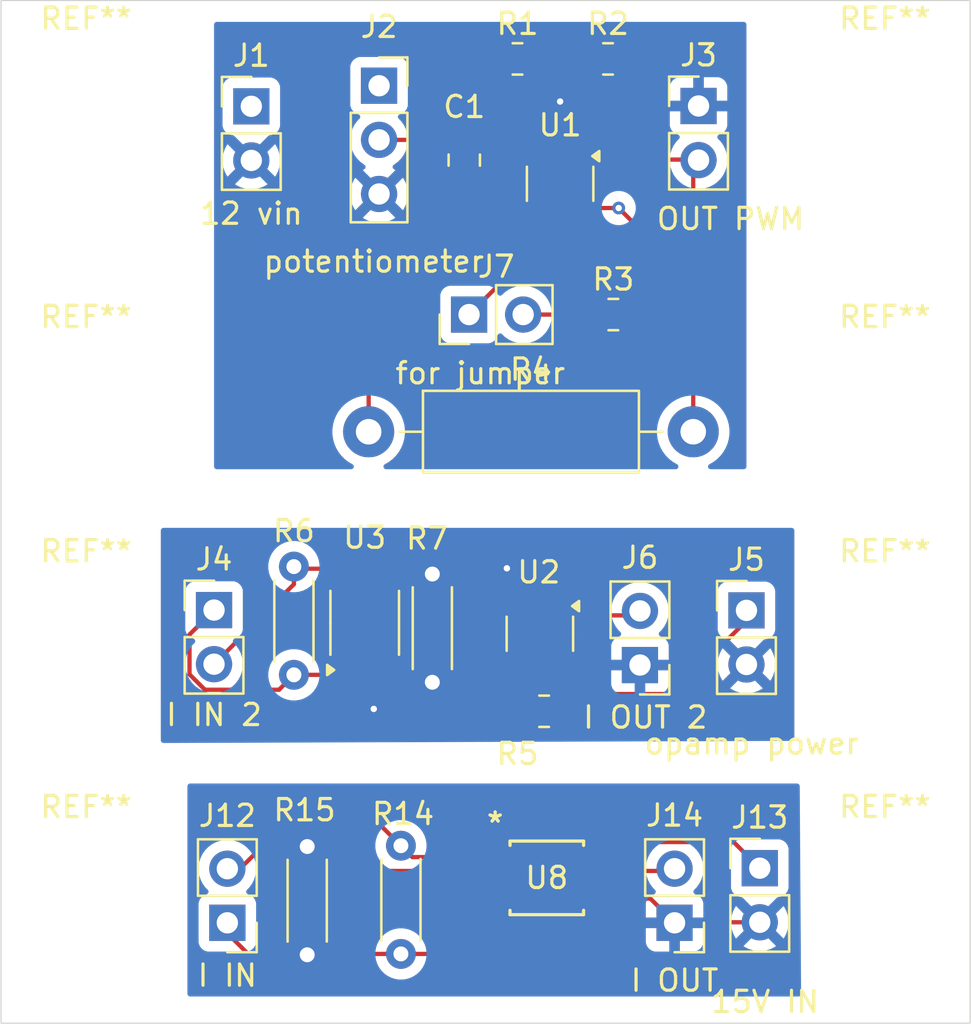
<source format=kicad_pcb>
(kicad_pcb (version 20241229) (generator "pcbnew") (generator_version "9.0")
  (layers (0 "F.Cu" signal) (4 "In1.Cu" signal) (6 "In2.Cu" signal) (2 "B.Cu" signal) (13 "F.Paste" user) (15 "B.Paste" user) (5 "F.SilkS" user "F.Silkscreen") (7 "B.SilkS" user "B.Silkscreen") (1 "F.Mask" user) (3 "B.Mask" user) (25 "Edge.Cuts" user))
  (net 0 "")
  (net 1 "Net-(U1-+)")
  (net 2 "Net-(U1--)")
  (net 3 "GND")
  (net 4 "+6V")
  (net 5 "Net-(J2-Pin_2)")
  (net 6 "12V")
  (net 7 "Net-(J4-Pin_1)")
  (net 8 "Net-(J4-Pin_2)")
  (net 9 "Net-(U3-Iout)")
  (net 10 "Net-(J10-Pin_2)")
  (net 11 "Net-(U3-ALPHA)")
  (net 12 "Net-(J8-Pin_2)")
  (net 13 "Net-(U4--)")
  (net 14 "+3.3V")
  (net 17 "Net-(J5-Pin_2)")
  (net 18 "Net-(J7-Pin_2)")
  (net 19 "Net-(R6-Pad2)")
  (net 20 "Net-(R6-Pad1)")
  (net 21 "+15V")
  (footprint "Package_TO_SOT_SMD:TSOT-23-5" (layer "F.Cu") (at 50.3 57.7225 -90)
    (property "Reference" "U2" (at -2.8875 0.05 180) (layer "F.SilkS"))
    (property "Value" "AD8603")
    (fp_line (start 0 1.56) (end -0.8 1.56) (stroke (width 0.12)) (layer "F.SilkS"))
    (fp_line (start 0 1.56) (end 0.8 1.56) (stroke (width 0.12)) (layer "F.SilkS"))
    (fp_line (start 0 -1.56) (end -0.8 -1.56) (stroke (width 0.12)) (layer "F.SilkS"))
    (fp_line (start 0 -1.56) (end 0.8 -1.56) (stroke (width 0.12)) (layer "F.SilkS"))
    (fp_poly (pts (xy -1.3 -1.51) (xy -1.54 -1.84) (xy -1.06 -1.84)) (stroke (width 0.12)) (fill yes) (layer "F.SilkS"))
    (pad "1" smd roundrect (at -1.1375 -0.95 270) (size 1.325 0.6) (layers "F.Cu" "F.Mask" "F.Paste") (net 10 "Net-(J10-Pin_2)"))
    (pad "2" smd roundrect (at -1.1375 0 270) (size 1.325 0.6) (layers "F.Cu" "F.Mask" "F.Paste") (net 3 "GND"))
    (pad "3" smd roundrect (at -1.1375 0.95 270) (size 1.325 0.6) (layers "F.Cu" "F.Mask" "F.Paste") (net 9 "Net-(U3-Iout)"))
    (pad "4" smd roundrect (at 1.1375 0.95 270) (size 1.325 0.6) (layers "F.Cu" "F.Mask" "F.Paste") (net 13 "Net-(U4--)"))
    (pad "5" smd roundrect (at 1.1375 -0.95 270) (size 1.325 0.6) (layers "F.Cu" "F.Mask" "F.Paste") (net 14 "+3.3V"))
  )
  (footprint "MountingHole:MountingHole_3.2mm_M3" (layer "F.Cu") (at 29 70)
    (property "Reference" "REF**" (at 0 -4.15 0) (layer "F.SilkS"))
    (property "Value" "MountingHole_3.2mm_M3" (hide yes))
    (pad "" np_thru_hole circle (at 0 0) (size 3.2 3.2) (drill 3.2) (layers "*.Cu" "*.Mask"))
  )
  (footprint "MountingHole:MountingHole_3.2mm_M3" (layer "F.Cu") (at 66.5 70)
    (property "Reference" "REF**" (at 0 -4.15 0) (layer "F.SilkS"))
    (property "Value" "MountingHole_3.2mm_M3" (hide yes))
    (pad "" np_thru_hole circle (at 0 0) (size 3.2 3.2) (drill 3.2) (layers "*.Cu" "*.Mask"))
  )
  (footprint "Resistor_SMD:R_0805_2012Metric" (layer "F.Cu") (at 53.75 42.74)
    (property "Reference" "R3" (at 0 -1.65 0) (layer "F.SilkS"))
    (property "Value" "10k")
    (fp_line (start -0.227064 -0.735) (end 0.227064 -0.735) (stroke (width 0.12)) (layer "F.SilkS"))
    (fp_line (start -0.227064 0.735) (end 0.227064 0.735) (stroke (width 0.12)) (layer "F.SilkS"))
    (pad "1" smd roundrect (at -0.9125 0) (size 1.025 1.4) (layers "F.Cu" "F.Mask" "F.Paste") (roundrect_rratio 0.243902) (net 8 "Net-(J4-Pin_2)"))
    (pad "2" smd roundrect (at 0.9125 0) (size 1.025 1.4) (layers "F.Cu" "F.Mask" "F.Paste") (roundrect_rratio 0.243902) (net 6 "12V"))
  )
  (footprint "Resistor_THT:R_Axial_DIN0411_L9.9mm_D3.6mm_P15.24mm_Horizontal" (layer "F.Cu") (at 42.26 48.24)
    (property "Reference" "R4" (at 7.62 -2.92 0) (layer "F.SilkS"))
    (property "Value" "1k")
    (fp_line (start 1.44 0) (end 2.55 0) (stroke (width 0.12)) (layer "F.SilkS"))
    (fp_line (start 13.8 0) (end 12.69 0) (stroke (width 0.12)) (layer "F.SilkS"))
    (fp_rect (start 2.55 -1.92) (end 12.69 1.92) (stroke (width 0.12)) (fill no) (layer "F.SilkS"))
    (pad "1" thru_hole circle (at 0 0) (size 2.4 2.4) (drill 1.2) (layers "*.Cu" "*.Mask") (net 2 "Net-(U1--)"))
    (pad "2" thru_hole circle (at 15.24 0) (size 2.4 2.4) (drill 1.2) (layers "*.Cu" "*.Mask") (net 5 "Net-(J2-Pin_2)"))
  )
  (footprint "Package_TO_SOT_SMD:SOT-23-6" (layer "F.Cu") (at 51.25 36.6025 -90)
    (property "Reference" "U1" (at -2.75 0 180) (layer "F.SilkS"))
    (property "Value" "ADA4807-1")
    (fp_line (start 0 1.56) (end -0.8 1.56) (stroke (width 0.12)) (layer "F.SilkS"))
    (fp_line (start 0 1.56) (end 0.8 1.56) (stroke (width 0.12)) (layer "F.SilkS"))
    (fp_line (start 0 -1.56) (end -0.8 -1.56) (stroke (width 0.12)) (layer "F.SilkS"))
    (fp_line (start 0 -1.56) (end 0.8 -1.56) (stroke (width 0.12)) (layer "F.SilkS"))
    (fp_poly (pts (xy -1.3 -1.51) (xy -1.54 -1.84) (xy -1.06 -1.84)) (stroke (width 0.12)) (fill yes) (layer "F.SilkS"))
    (pad "1" smd roundrect (at -1.1375 -0.95 270) (size 1.325 0.6) (layers "F.Cu" "F.Mask" "F.Paste") (net 5 "Net-(J2-Pin_2)"))
    (pad "2" smd roundrect (at -1.1375 0 270) (size 1.325 0.6) (layers "F.Cu" "F.Mask" "F.Paste") (net 3 "GND"))
    (pad "3" smd roundrect (at -1.1375 0.95 270) (size 1.325 0.6) (layers "F.Cu" "F.Mask" "F.Paste") (net 1 "Net-(U1-+)"))
    (pad "4" smd roundrect (at 1.1375 0.95 270) (size 1.325 0.6) (layers "F.Cu" "F.Mask" "F.Paste") (net 2 "Net-(U1--)"))
    (pad "5" smd roundrect (at 1.1375 0 270) (size 1.325 0.6) (layers "F.Cu" "F.Mask" "F.Paste") (net 7 "Net-(J4-Pin_1)"))
    (pad "6" smd roundrect (at 1.1375 -0.95 270) (size 1.325 0.6) (layers "F.Cu" "F.Mask" "F.Paste") (net 6 "12V"))
  )
  (footprint "Resistor_THT:R_Axial_DIN0204_L3.6mm_D1.6mm_P5.08mm_Horizontal" (layer "F.Cu") (at 38.75 59.65 90)
    (property "Reference" "R6" (at 6.75 0 180) (layer "F.SilkS"))
    (property "Value" "0.1")
    (fp_line (start 0.62 -0.92) (end 4.46 -0.92) (stroke (width 0.12)) (layer "F.SilkS"))
    (fp_line (start 0.62 0.92) (end 4.46 0.92) (stroke (width 0.12)) (layer "F.SilkS"))
    (pad "1" thru_hole circle (at 0 0 90) (size 1.4 1.4) (drill 0.7) (layers "*.Cu" "*.Mask") (net 6 "12V"))
    (pad "2" thru_hole circle (at 5.08 0 90) (size 1.4 1.4) (drill 0.7) (layers "*.Cu" "*.Mask") (net 12 "Net-(J8-Pin_2)"))
  )
  (footprint "Resistor_THT:R_Axial_DIN0204_L3.6mm_D1.6mm_P5.08mm_Horizontal" (layer "F.Cu") (at 39.375 67.71 -90)
    (property "Reference" "R15" (at -1.71 0.125 0) (layer "F.SilkS"))
    (property "Value" "8000")
    (fp_line (start 0.62 0.92) (end 4.46 0.92) (stroke (width 0.12)) (layer "F.SilkS"))
    (fp_line (start 0.62 -0.92) (end 4.46 -0.92) (stroke (width 0.12)) (layer "F.SilkS"))
    (pad "1" thru_hole circle (at 0 0 270) (size 1.4 1.4) (drill 0.7) (layers "*.Cu" "*.Mask") (net 20 "Net-(R6-Pad1)"))
    (pad "2" thru_hole circle (at 5.08 0 270) (size 1.4 1.4) (drill 0.7) (layers "*.Cu" "*.Mask") (net 19 "Net-(R6-Pad2)"))
  )
  (footprint "Connector_PinHeader_2.54mm:PinHeader_1x02_P2.54mm_Vertical" (layer "F.Cu") (at 35 56.61)
    (property "Reference" "J4" (at 0 -2.38 0) (layer "F.SilkS"))
    (property "Value" "I IN 2" (at 0 4.92 0) (layer "F.SilkS"))
    (fp_line (start -1.38 -1.38) (end 0 -1.38) (stroke (width 0.12)) (layer "F.SilkS"))
    (fp_line (start -1.38 0) (end -1.38 -1.38) (stroke (width 0.12)) (layer "F.SilkS"))
    (fp_line (start -1.38 1.27) (end -1.38 3.92) (stroke (width 0.12)) (layer "F.SilkS"))
    (fp_line (start -1.38 1.27) (end 1.38 1.27) (stroke (width 0.12)) (layer "F.SilkS"))
    (fp_line (start -1.38 3.92) (end 1.38 3.92) (stroke (width 0.12)) (layer "F.SilkS"))
    (fp_line (start 1.38 1.27) (end 1.38 3.92) (stroke (width 0.12)) (layer "F.SilkS"))
    (pad "1" thru_hole rect (at 0 0) (size 1.7 1.7) (drill 1) (layers "*.Cu" "*.Mask") (net 6 "12V"))
    (pad "2" thru_hole circle (at 0 2.54) (size 1.7 1.7) (drill 1) (layers "*.Cu" "*.Mask") (net 12 "Net-(J8-Pin_2)"))
  )
  (footprint "Connector_PinHeader_2.54mm:PinHeader_1x02_P2.54mm_Vertical" (layer "F.Cu") (at 56.625 71.29 180)
    (property "Reference" "J14" (at 0 5.04 0) (layer "F.SilkS"))
    (property "Value" "I OUT" (at 0 -2.71 0) (layer "F.SilkS"))
    (fp_line (start 1.38 1.27) (end 1.38 3.92) (stroke (width 0.12)) (layer "F.SilkS"))
    (fp_line (start -1.38 3.92) (end 1.38 3.92) (stroke (width 0.12)) (layer "F.SilkS"))
    (fp_line (start -1.38 1.27) (end 1.38 1.27) (stroke (width 0.12)) (layer "F.SilkS"))
    (fp_line (start -1.38 1.27) (end -1.38 3.92) (stroke (width 0.12)) (layer "F.SilkS"))
    (fp_line (start -1.38 0) (end -1.38 -1.38) (stroke (width 0.12)) (layer "F.SilkS"))
    (fp_line (start -1.38 -1.38) (end 0 -1.38) (stroke (width 0.12)) (layer "F.SilkS"))
    (pad "1" thru_hole rect (at 0 0 180) (size 1.7 1.7) (drill 1) (layers "*.Cu" "*.Mask") (net 3 "GND"))
    (pad "2" thru_hole circle (at 0 2.54 180) (size 1.7 1.7) (drill 1) (layers "*.Cu" "*.Mask") (net 18 "Net-(J7-Pin_2)"))
  )
  (footprint "Connector_PinHeader_2.54mm:PinHeader_1x02_P2.54mm_Vertical" (layer "F.Cu") (at 46.975 42.74 90)
    (property "Reference" "J7" (at 2.25 1.275 0) (layer "F.SilkS"))
    (property "Value" "for jumper" (at -2.75 0.525 0) (layer "F.SilkS"))
    (fp_line (start -1.38 -1.38) (end 0 -1.38) (stroke (width 0.12)) (layer "F.SilkS"))
    (fp_line (start -1.38 0) (end -1.38 -1.38) (stroke (width 0.12)) (layer "F.SilkS"))
    (fp_line (start 1.38 1.27) (end 1.38 3.92) (stroke (width 0.12)) (layer "F.SilkS"))
    (fp_line (start -1.38 1.27) (end 1.38 1.27) (stroke (width 0.12)) (layer "F.SilkS"))
    (fp_line (start -1.38 1.27) (end -1.38 3.92) (stroke (width 0.12)) (layer "F.SilkS"))
    (fp_line (start -1.38 3.92) (end 1.38 3.92) (stroke (width 0.12)) (layer "F.SilkS"))
    (pad "1" thru_hole rect (at 0 0 90) (size 1.7 1.7) (drill 1) (layers "*.Cu" "*.Mask") (net 7 "Net-(J4-Pin_1)"))
    (pad "2" thru_hole circle (at 0 2.54 90) (size 1.7 1.7) (drill 1) (layers "*.Cu" "*.Mask") (net 8 "Net-(J4-Pin_2)"))
  )
  (footprint "Capacitor_SMD:C_0805_2012Metric" (layer "F.Cu") (at 46.75 35.49 90)
    (property "Reference" "C1" (at 2.5 0 180) (layer "F.SilkS"))
    (property "Value" "1u")
    (fp_line (start -0.261252 -0.735) (end 0.261252 -0.735) (stroke (width 0.12)) (layer "F.SilkS"))
    (fp_line (start -0.261252 0.735) (end 0.261252 0.735) (stroke (width 0.12)) (layer "F.SilkS"))
    (pad "1" smd roundrect (at -0.95 0 90) (size 1 1.45) (layers "F.Cu" "F.Mask" "F.Paste") (net 2 "Net-(U1--)"))
    (pad "2" smd roundrect (at 0.95 0 90) (size 1 1.45) (layers "F.Cu" "F.Mask" "F.Paste") (net 4 "+6V"))
  )
  (footprint "MountingHole:MountingHole_3.2mm_M3" (layer "F.Cu") (at 29 58)
    (property "Reference" "REF**" (at 0 -4.15 0) (layer "F.SilkS"))
    (property "Value" "MountingHole_3.2mm_M3" (hide yes))
    (pad "" np_thru_hole circle (at 0 0) (size 3.2 3.2) (drill 3.2) (layers "*.Cu" "*.Mask"))
  )
  (footprint "ad8227:RM_8_ADI" (layer "F.Cu") (at 50.625 69.18)
    (property "Reference" "U8" (at 0 0 0) (layer "F.SilkS"))
    (property "Value" "AD8227ARZ")
    (fp_line (start -1.7272 -1.7272) (end -1.7272 -1.523639) (stroke (width 0.1524)) (layer "F.SilkS"))
    (fp_line (start -1.7272 1.523639) (end -1.7272 1.7272) (stroke (width 0.1524)) (layer "F.SilkS"))
    (fp_line (start -1.7272 1.7272) (end 1.7272 1.7272) (stroke (width 0.1524)) (layer "F.SilkS"))
    (fp_line (start 1.7272 -1.7272) (end -1.7272 -1.7272) (stroke (width 0.1524)) (layer "F.SilkS"))
    (fp_line (start 1.7272 -1.523639) (end 1.7272 -1.7272) (stroke (width 0.1524)) (layer "F.SilkS"))
    (fp_line (start 1.7272 1.7272) (end 1.7272 1.523639) (stroke (width 0.1524)) (layer "F.SilkS"))
    (fp_text user "*" (at -2.4257 -2.5498 0) (layer "F.SilkS"))
    (fp_text user "*" (at -2.4257 -2.5498 0) (layer "F.SilkS"))
    (pad "1" smd rect (at -2.1717 -0.974999) (size 1.524 0.4318) (layers "F.Cu" "F.Mask" "F.Paste") (net 17 "Net-(J5-Pin_2)"))
    (pad "2" smd rect (at -2.1717 -0.325001) (size 1.524 0.4318) (layers "F.Cu" "F.Mask" "F.Paste") (net 20 "Net-(R6-Pad1)"))
    (pad "3" smd rect (at -2.1717 0.325001) (size 1.524 0.4318) (layers "F.Cu" "F.Mask" "F.Paste") (net 19 "Net-(R6-Pad2)"))
    (pad "4" smd rect (at -2.1717 0.974999) (size 1.524 0.4318) (layers "F.Cu" "F.Mask" "F.Paste") (net 6 "12V"))
    (pad "5" smd rect (at 2.1717 0.974999) (size 1.524 0.4318) (layers "F.Cu" "F.Mask" "F.Paste") (net 3 "GND"))
    (pad "6" smd rect (at 2.1717 0.325001) (size 1.524 0.4318) (layers "F.Cu" "F.Mask" "F.Paste") (net 3 "GND"))
    (pad "7" smd rect (at 2.1717 -0.325001) (size 1.524 0.4318) (layers "F.Cu" "F.Mask" "F.Paste") (net 18 "Net-(J7-Pin_2)"))
    (pad "8" smd rect (at 2.1717 -0.974999) (size 1.524 0.4318) (layers "F.Cu" "F.Mask" "F.Paste") (net 21 "+15V"))
  )
  (footprint "Connector_PinHeader_2.54mm:PinHeader_1x02_P2.54mm_Vertical" (layer "F.Cu") (at 55 59.19 180)
    (property "Reference" "J6" (at 0 5.04 0) (layer "F.SilkS"))
    (property "Value" "I OUT 2" (at -0.25 -2.46 0) (layer "F.SilkS"))
    (fp_line (start 1.38 1.27) (end 1.38 3.92) (stroke (width 0.12)) (layer "F.SilkS"))
    (fp_line (start -1.38 3.92) (end 1.38 3.92) (stroke (width 0.12)) (layer "F.SilkS"))
    (fp_line (start -1.38 1.27) (end 1.38 1.27) (stroke (width 0.12)) (layer "F.SilkS"))
    (fp_line (start -1.38 1.27) (end -1.38 3.92) (stroke (width 0.12)) (layer "F.SilkS"))
    (fp_line (start -1.38 0) (end -1.38 -1.38) (stroke (width 0.12)) (layer "F.SilkS"))
    (fp_line (start -1.38 -1.38) (end 0 -1.38) (stroke (width 0.12)) (layer "F.SilkS"))
    (pad "1" thru_hole rect (at 0 0 180) (size 1.7 1.7) (drill 1) (layers "*.Cu" "*.Mask") (net 3 "GND"))
    (pad "2" thru_hole circle (at 0 2.54 180) (size 1.7 1.7) (drill 1) (layers "*.Cu" "*.Mask") (net 10 "Net-(J10-Pin_2)"))
  )
  (footprint "Resistor_THT:R_Axial_DIN0204_L3.6mm_D1.6mm_P5.08mm_Horizontal" (layer "F.Cu") (at 45.25 60 90)
    (property "Reference" "R7" (at 6.75 -0.25 180) (layer "F.SilkS"))
    (property "Value" "15k")
    (fp_line (start 0.62 -0.92) (end 4.46 -0.92) (stroke (width 0.12)) (layer "F.SilkS"))
    (fp_line (start 0.62 0.92) (end 4.46 0.92) (stroke (width 0.12)) (layer "F.SilkS"))
    (pad "1" thru_hole circle (at 0 0 90) (size 1.4 1.4) (drill 0.7) (layers "*.Cu" "*.Mask") (net 3 "GND"))
    (pad "2" thru_hole circle (at 5.08 0 90) (size 1.4 1.4) (drill 0.7) (layers "*.Cu" "*.Mask") (net 9 "Net-(U3-Iout)"))
  )
  (footprint "MountingHole:MountingHole_3.2mm_M3" (layer "F.Cu") (at 66.5 33)
    (property "Reference" "REF**" (at 0 -4.15 0) (layer "F.SilkS"))
    (property "Value" "MountingHole_3.2mm_M3" (hide yes))
    (pad "" np_thru_hole circle (at 0 0) (size 3.2 3.2) (drill 3.2) (layers "*.Cu" "*.Mask"))
  )
  (footprint "MountingHole:MountingHole_3.2mm_M3" (layer "F.Cu") (at 66.5 58)
    (property "Reference" "REF**" (at 0 -4.15 0) (layer "F.SilkS"))
    (property "Value" "MountingHole_3.2mm_M3" (hide yes))
    (pad "" np_thru_hole circle (at 0 0) (size 3.2 3.2) (drill 3.2) (layers "*.Cu" "*.Mask"))
  )
  (footprint "Connector_PinHeader_2.54mm:PinHeader_1x02_P2.54mm_Vertical" (layer "F.Cu") (at 35.625 71.29 180)
    (property "Reference" "J12" (at 0 5.025 0) (layer "F.SilkS"))
    (property "Value" "I IN" (at 0 -2.475 0) (layer "F.SilkS"))
    (fp_line (start 1.38 1.27) (end 1.38 3.92) (stroke (width 0.12)) (layer "F.SilkS"))
    (fp_line (start -1.38 3.92) (end 1.38 3.92) (stroke (width 0.12)) (layer "F.SilkS"))
    (fp_line (start -1.38 1.27) (end 1.38 1.27) (stroke (width 0.12)) (layer "F.SilkS"))
    (fp_line (start -1.38 1.27) (end -1.38 3.92) (stroke (width 0.12)) (layer "F.SilkS"))
    (fp_line (start -1.38 0) (end -1.38 -1.38) (stroke (width 0.12)) (layer "F.SilkS"))
    (fp_line (start -1.38 -1.38) (end 0 -1.38) (stroke (width 0.12)) (layer "F.SilkS"))
    (pad "1" thru_hole rect (at 0 0 180) (size 1.7 1.7) (drill 1) (layers "*.Cu" "*.Mask") (net 6 "12V"))
    (pad "2" thru_hole circle (at 0 2.54 180) (size 1.7 1.7) (drill 1) (layers "*.Cu" "*.Mask") (net 17 "Net-(J5-Pin_2)"))
  )
  (footprint "Resistor_SMD:R_0805_2012Metric" (layer "F.Cu") (at 53.5 30.74)
    (property "Reference" "R2" (at 0 -1.65 0) (layer "F.SilkS"))
    (property "Value" "33k")
    (fp_line (start -0.227064 -0.735) (end 0.227064 -0.735) (stroke (width 0.12)) (layer "F.SilkS"))
    (fp_line (start -0.227064 0.735) (end 0.227064 0.735) (stroke (width 0.12)) (layer "F.SilkS"))
    (pad "1" smd roundrect (at -0.9125 0) (size 1.025 1.4) (layers "F.Cu" "F.Mask" "F.Paste") (roundrect_rratio 0.243902) (net 1 "Net-(U1-+)"))
    (pad "2" smd roundrect (at 0.9125 0) (size 1.025 1.4) (layers "F.Cu" "F.Mask" "F.Paste") (roundrect_rratio 0.243902) (net 5 "Net-(J2-Pin_2)"))
  )
  (footprint "Connector_PinHeader_2.54mm:PinHeader_1x02_P2.54mm_Vertical" (layer "F.Cu") (at 60 56.625)
    (property "Reference" "J5" (at 0 -2.38 0) (layer "F.SilkS"))
    (property "Value" "opamp power" (at 0.25 6.25 0) (layer "F.SilkS"))
    (fp_line (start -1.38 -1.38) (end 0 -1.38) (stroke (width 0.12)) (layer "F.SilkS"))
    (fp_line (start -1.38 0) (end -1.38 -1.38) (stroke (width 0.12)) (layer "F.SilkS"))
    (fp_line (start -1.38 1.27) (end -1.38 3.92) (stroke (width 0.12)) (layer "F.SilkS"))
    (fp_line (start -1.38 1.27) (end 1.38 1.27) (stroke (width 0.12)) (layer "F.SilkS"))
    (fp_line (start -1.38 3.92) (end 1.38 3.92) (stroke (width 0.12)) (layer "F.SilkS"))
    (fp_line (start 1.38 1.27) (end 1.38 3.92) (stroke (width 0.12)) (layer "F.SilkS"))
    (pad "1" thru_hole rect (at 0 0) (size 1.7 1.7) (drill 1) (layers "*.Cu" "*.Mask") (net 14 "+3.3V"))
    (pad "2" thru_hole circle (at 0 2.54) (size 1.7 1.7) (drill 1) (layers "*.Cu" "*.Mask") (net 3 "GND"))
  )
  (footprint "MountingHole:MountingHole_3.2mm_M3" (layer "F.Cu") (at 66.5 47)
    (property "Reference" "REF**" (at 0 -4.15 0) (layer "F.SilkS"))
    (property "Value" "MountingHole_3.2mm_M3" (hide yes))
    (pad "" np_thru_hole circle (at 0 0) (size 3.2 3.2) (drill 3.2) (layers "*.Cu" "*.Mask"))
  )
  (footprint "MountingHole:MountingHole_3.2mm_M3" (layer "F.Cu") (at 29 33)
    (property "Reference" "REF**" (at 0 -4.15 0) (layer "F.SilkS"))
    (property "Value" "MountingHole_3.2mm_M3" (hide yes))
    (pad "" np_thru_hole circle (at 0 0) (size 3.2 3.2) (drill 3.2) (layers "*.Cu" "*.Mask"))
  )
  (footprint "Connector_PinHeader_2.54mm:PinHeader_1x02_P2.54mm_Vertical" (layer "F.Cu") (at 60.625 68.725)
    (property "Reference" "J13" (at 0 -2.38 0) (layer "F.SilkS"))
    (property "Value" "15V IN" (at 0.25 6.275 0) (layer "F.SilkS"))
    (fp_line (start -1.38 -1.38) (end 0 -1.38) (stroke (width 0.12)) (layer "F.SilkS"))
    (fp_line (start -1.38 0) (end -1.38 -1.38) (stroke (width 0.12)) (layer "F.SilkS"))
    (fp_line (start -1.38 1.27) (end -1.38 3.92) (stroke (width 0.12)) (layer "F.SilkS"))
    (fp_line (start -1.38 1.27) (end 1.38 1.27) (stroke (width 0.12)) (layer "F.SilkS"))
    (fp_line (start -1.38 3.92) (end 1.38 3.92) (stroke (width 0.12)) (layer "F.SilkS"))
    (fp_line (start 1.38 1.27) (end 1.38 3.92) (stroke (width 0.12)) (layer "F.SilkS"))
    (pad "1" thru_hole rect (at 0 0) (size 1.7 1.7) (drill 1) (layers "*.Cu" "*.Mask") (net 21 "+15V"))
    (pad "2" thru_hole circle (at 0 2.54) (size 1.7 1.7) (drill 1) (layers "*.Cu" "*.Mask") (net 3 "GND"))
  )
  (footprint "Package_SO:MSOP-8_3x3mm_P0.65mm" (layer "F.Cu") (at 42.075 57.208815 90)
    (property "Reference" "U3" (at 4 0 180) (layer "F.SilkS"))
    (property "Value" "AD8212")
    (fp_line (start 0 -1.61) (end 1.5 -1.61) (stroke (width 0.12)) (layer "F.SilkS"))
    (fp_line (start 0 -1.61) (end -1.5 -1.61) (stroke (width 0.12)) (layer "F.SilkS"))
    (fp_line (start 0 1.61) (end 1.5 1.61) (stroke (width 0.12)) (layer "F.SilkS"))
    (fp_line (start 0 1.61) (end -1.5 1.61) (stroke (width 0.12)) (layer "F.SilkS"))
    (fp_poly (pts (xy -2.2125 -1.435) (xy -2.4525 -1.765) (xy -1.9725 -1.765)) (stroke (width 0.12)) (fill yes) (layer "F.SilkS"))
    (pad "1" smd roundrect (at -2.1125 -0.975 90) (size 1.625 0.4) (layers "F.Cu" "F.Mask" "F.Paste") (net 6 "12V"))
    (pad "2" smd roundrect (at -2.1125 -0.325 90) (size 1.625 0.4) (layers "F.Cu" "F.Mask" "F.Paste") (net 11 "Net-(U3-ALPHA)"))
    (pad "3" smd roundrect (at -2.1125 0.325 90) (size 1.625 0.4) (layers "F.Cu" "F.Mask" "F.Paste") (net 3 "GND"))
    (pad "4" smd roundrect (at -2.1125 0.975 90) (size 1.625 0.4) (layers "F.Cu" "F.Mask" "F.Paste"))
    (pad "5" smd roundrect (at 2.1125 0.975 90) (size 1.625 0.4) (layers "F.Cu" "F.Mask" "F.Paste") (net 9 "Net-(U3-Iout)"))
    (pad "6" smd roundrect (at 2.1125 0.325 90) (size 1.625 0.4) (layers "F.Cu" "F.Mask" "F.Paste") (net 11 "Net-(U3-ALPHA)"))
    (pad "7" smd roundrect (at 2.1125 -0.325 90) (size 1.625 0.4) (layers "F.Cu" "F.Mask" "F.Paste"))
    (pad "8" smd roundrect (at 2.1125 -0.975 90) (size 1.625 0.4) (layers "F.Cu" "F.Mask" "F.Paste") (net 12 "Net-(J8-Pin_2)"))
  )
  (footprint "Resistor_SMD:R_0805_2012Metric" (layer "F.Cu") (at 49.25 30.74)
    (property "Reference" "R1" (at 0 -1.65 0) (layer "F.SilkS"))
    (property "Value" "33k")
    (fp_line (start -0.227064 -0.735) (end 0.227064 -0.735) (stroke (width 0.12)) (layer "F.SilkS"))
    (fp_line (start -0.227064 0.735) (end 0.227064 0.735) (stroke (width 0.12)) (layer "F.SilkS"))
    (pad "1" smd roundrect (at -0.9125 0) (size 1.025 1.4) (layers "F.Cu" "F.Mask" "F.Paste") (roundrect_rratio 0.243902) (net 4 "+6V"))
    (pad "2" smd roundrect (at 0.9125 0) (size 1.025 1.4) (layers "F.Cu" "F.Mask" "F.Paste") (roundrect_rratio 0.243902) (net 1 "Net-(U1-+)"))
  )
  (footprint "MountingHole:MountingHole_3.2mm_M3" (layer "F.Cu") (at 29 47)
    (property "Reference" "REF**" (at 0 -4.15 0) (layer "F.SilkS"))
    (property "Value" "MountingHole_3.2mm_M3" (hide yes))
    (pad "" np_thru_hole circle (at 0 0) (size 3.2 3.2) (drill 3.2) (layers "*.Cu" "*.Mask"))
  )
  (footprint "Connector_PinHeader_2.54mm:PinHeader_1x02_P2.54mm_Vertical" (layer "F.Cu") (at 36.75 32.965)
    (property "Reference" "J1" (at 0 -2.38 0) (layer "F.SilkS"))
    (property "Value" "12 vin" (at 0 5.035 180) (layer "F.SilkS"))
    (fp_line (start -1.38 -1.38) (end 0 -1.38) (stroke (width 0.12)) (layer "F.SilkS"))
    (fp_line (start -1.38 0) (end -1.38 -1.38) (stroke (width 0.12)) (layer "F.SilkS"))
    (fp_line (start -1.38 1.27) (end -1.38 3.92) (stroke (width 0.12)) (layer "F.SilkS"))
    (fp_line (start -1.38 1.27) (end 1.38 1.27) (stroke (width 0.12)) (layer "F.SilkS"))
    (fp_line (start -1.38 3.92) (end 1.38 3.92) (stroke (width 0.12)) (layer "F.SilkS"))
    (fp_line (start 1.38 1.27) (end 1.38 3.92) (stroke (width 0.12)) (layer "F.SilkS"))
    (pad "1" thru_hole rect (at 0 0) (size 1.7 1.7) (drill 1) (layers "*.Cu" "*.Mask") (net 6 "12V"))
    (pad "2" thru_hole circle (at 0 2.54) (size 1.7 1.7) (drill 1) (layers "*.Cu" "*.Mask") (net 3 "GND"))
  )
  (footprint "Connector_PinHeader_2.54mm:PinHeader_1x02_P2.54mm_Vertical" (layer "F.Cu") (at 57.75 32.95)
    (property "Reference" "J3" (at 0 -2.38 0) (layer "F.SilkS"))
    (property "Value" "OUT PWM" (at 1.5 5.3 180) (layer "F.SilkS"))
    (fp_line (start -1.38 -1.38) (end 0 -1.38) (stroke (width 0.12)) (layer "F.SilkS"))
    (fp_line (start -1.38 0) (end -1.38 -1.38) (stroke (width 0.12)) (layer "F.SilkS"))
    (fp_line (start -1.38 1.27) (end -1.38 3.92) (stroke (width 0.12)) (layer "F.SilkS"))
    (fp_line (start -1.38 1.27) (end 1.38 1.27) (stroke (width 0.12)) (layer "F.SilkS"))
    (fp_line (start -1.38 3.92) (end 1.38 3.92) (stroke (width 0.12)) (layer "F.SilkS"))
    (fp_line (start 1.38 1.27) (end 1.38 3.92) (stroke (width 0.12)) (layer "F.SilkS"))
    (pad "1" thru_hole rect (at 0 0) (size 1.7 1.7) (drill 1) (layers "*.Cu" "*.Mask") (net 3 "GND"))
    (pad "2" thru_hole circle (at 0 2.54) (size 1.7 1.7) (drill 1) (layers "*.Cu" "*.Mask") (net 5 "Net-(J2-Pin_2)"))
  )
  (footprint "Connector_PinSocket_2.54mm:PinSocket_1x03_P2.54mm_Vertical" (layer "F.Cu") (at 42.75 32)
    (property "Reference" "J2" (at 0 -2.77 0) (layer "F.SilkS"))
    (property "Value" "potentiometer" (at -0.25 8.25 180) (layer "F.SilkS"))
    (fp_line (start -1.33 1.27) (end -1.33 6.41) (stroke (width 0.12)) (layer "F.SilkS"))
    (fp_line (start -1.33 1.27) (end 1.33 1.27) (stroke (width 0.12)) (layer "F.SilkS"))
    (fp_line (start -1.33 6.41) (end 1.33 6.41) (stroke (width 0.12)) (layer "F.SilkS"))
    (fp_line (start 0 -1.33) (end 1.33 -1.33) (stroke (width 0.12)) (layer "F.SilkS"))
    (fp_line (start 1.33 -1.33) (end 1.33 0) (stroke (width 0.12)) (layer "F.SilkS"))
    (fp_line (start 1.33 1.27) (end 1.33 6.41) (stroke (width 0.12)) (layer "F.SilkS"))
    (pad "1" thru_hole rect (at 0 0) (size 1.7 1.7) (drill 1) (layers "*.Cu" "*.Mask") (net 6 "12V"))
    (pad "2" thru_hole circle (at 0 2.54) (size 1.7 1.7) (drill 1) (layers "*.Cu" "*.Mask") (net 4 "+6V"))
    (pad "3" thru_hole circle (at 0 5.08) (size 1.7 1.7) (drill 1) (layers "*.Cu" "*.Mask") (net 3 "GND"))
  )
  (footprint "Resistor_SMD:R_0805_2012Metric" (layer "F.Cu") (at 50.5 61.36 180)
    (property "Reference" "R5" (at 1.25 -2 180) (layer "F.SilkS"))
    (property "Value" "100")
    (fp_line (start -0.227064 0.735) (end 0.227064 0.735) (stroke (width 0.12)) (layer "F.SilkS"))
    (fp_line (start -0.227064 -0.735) (end 0.227064 -0.735) (stroke (width 0.12)) (layer "F.SilkS"))
    (pad "1" smd roundrect (at -0.9125 0 180) (size 1.025 1.4) (layers "F.Cu" "F.Mask" "F.Paste") (roundrect_rratio 0.243902) (net 10 "Net-(J10-Pin_2)"))
    (pad "2" smd roundrect (at 0.9125 0 180) (size 1.025 1.4) (layers "F.Cu" "F.Mask" "F.Paste") (roundrect_rratio 0.243902) (net 13 "Net-(U4--)"))
  )
  (footprint "Resistor_THT:R_Axial_DIN0204_L3.6mm_D1.6mm_P5.08mm_Horizontal" (layer "F.Cu") (at 43.775 72.75 90)
    (property "Reference" "R14" (at 6.57 0.1 180) (layer "F.SilkS"))
    (property "Value" "0.1")
    (fp_line (start 0.62 -0.92) (end 4.46 -0.92) (stroke (width 0.12)) (layer "F.SilkS"))
    (fp_line (start 0.62 0.92) (end 4.46 0.92) (stroke (width 0.12)) (layer "F.SilkS"))
    (pad "1" thru_hole circle (at 0 0 90) (size 1.4 1.4) (drill 0.7) (layers "*.Cu" "*.Mask") (net 6 "12V"))
    (pad "2" thru_hole circle (at 5.08 0 90) (size 1.4 1.4) (drill 0.7) (layers "*.Cu" "*.Mask") (net 17 "Net-(J5-Pin_2)"))
  )
  (gr_rect (start 25 28) (end 70.5 76) (stroke (width 0.05)) (fill no) (layer "Edge.Cuts"))
  (segment (start 50.1625 30.74) (end 52.5875 30.74) (width 0.2) (layer "F.Cu") (net 1))
  (segment (start 50.3 30.8775) (end 50.1625 30.74) (width 0.2) (layer "F.Cu") (net 1))
  (segment (start 50.3 35.465) (end 50.3 30.8775) (width 0.2) (layer "F.Cu") (net 1))
  (segment (start 48.4625 37.74) (end 50.3 37.74) (width 0.2) (layer "F.Cu") (net 2))
  (segment (start 42.26 41.48) (end 45.7875 37.9525) (width 0.2) (layer "F.Cu") (net 2))
  (segment (start 42.26 48.24) (end 42.26 41.48) (width 0.2) (layer "F.Cu") (net 2))
  (segment (start 45.835 38) (end 48.2025 38) (width 0.2) (layer "F.Cu") (net 2))
  (segment (start 45.7875 37.9525) (end 45.835 38) (width 0.2) (layer "F.Cu") (net 2))
  (segment (start 48.2025 38) (end 48.4625 37.74) (width 0.2) (layer "F.Cu") (net 2))
  (segment (start 45.7875 37.9525) (end 45.7875 37.4025) (width 0.2) (layer "F.Cu") (net 2))
  (segment (start 45.7875 37.4025) (end 46.75 36.44) (width 0.2) (layer "F.Cu") (net 2))
  (segment (start 56.83 71.265) (end 56.625 71.47) (width 0.2) (layer "F.Cu") (net 3))
  (segment (start 48.75 54.65) (end 49.54 54.65) (width 0.2) (layer "F.Cu") (net 3))
  (segment (start 52.7967 69.505001) (end 52.7967 70.154999) (width 0.2) (layer "F.Cu") (net 3))
  (segment (start 50.3 55.41) (end 50.3 56.585) (width 0.2) (layer "F.Cu") (net 3))
  (segment (start 49.54 54.65) (end 50.3 55.41) (width 0.2) (layer "F.Cu") (net 3))
  (segment (start 60.35 71.54) (end 60.625 71.265) (width 0.2) (layer "F.Cu") (net 3))
  (segment (start 60.625 71.265) (end 56.83 71.265) (width 0.2) (layer "F.Cu") (net 3))
  (segment (start 51.25 35.465) (end 51.25 32.74) (width 0.2) (layer "F.Cu") (net 3))
  (segment (start 42.4 59.321315) (end 42.4 61.15) (width 0.2) (layer "F.Cu") (net 3))
  (segment (start 42.4 61.15) (end 42.5 61.25) (width 0.2) (layer "F.Cu") (net 3))
  (segment (start 42.4 58.588945) (end 42.4 59.321315) (width 0.2) (layer "F.Cu") (net 3))
  (segment (start 52.7967 70.154999) (end 55.489999 70.154999) (width 0.2) (layer "F.Cu") (net 3))
  (segment (start 55.489999 70.154999) (end 56.625 71.29) (width 0.2) (layer "F.Cu") (net 3))
  (via (at 51.25 32.74) (size 0.6) (drill 0.3) (layers "F.Cu" "B.Cu") (net 3))
  (via (at 42.5 61.25) (size 0.6) (drill 0.3) (layers "F.Cu" "B.Cu") (net 3))
  (via (at 48.75 54.65) (size 0.6) (drill 0.3) (layers "F.Cu" "B.Cu") (net 3))
  (segment (start 46.75 34.54) (end 46.75 32.3275) (width 0.2) (layer "F.Cu") (net 4))
  (segment (start 46.75 32.3275) (end 48.3375 30.74) (width 0.2) (layer "F.Cu") (net 4))
  (segment (start 42.5 34.54) (end 46.75 34.54) (width 0.2) (layer "F.Cu") (net 4))
  (segment (start 57.5 48.24) (end 57.5 35.74) (width 0.2) (layer "F.Cu") (net 5))
  (segment (start 53.275 35.465) (end 54.45 34.29) (width 0.2) (layer "F.Cu") (net 5))
  (segment (start 52.2 35.465) (end 53.275 35.465) (width 0.2) (layer "F.Cu") (net 5))
  (segment (start 54.45 34.29) (end 54.45 30.7775) (width 0.2) (layer "F.Cu") (net 5))
  (segment (start 57.5 35.74) (end 57.75 35.49) (width 0.2) (layer "F.Cu") (net 5))
  (segment (start 57.225 35.465) (end 53.275 35.465) (width 0.2) (layer "F.Cu") (net 5))
  (segment (start 54.45 30.7775) (end 54.4125 30.74) (width 0.2) (layer "F.Cu") (net 5))
  (segment (start 57.4125 35.6525) (end 57.225 35.465) (width 0.2) (layer "F.Cu") (net 5))
  (segment (start 45.858299 72.75) (end 48.4533 70.154999) (width 0.2) (layer "F.Cu") (net 6))
  (segment (start 43.775 72.75) (end 45.858299 72.75) (width 0.2) (layer "F.Cu") (net 6))
  (segment (start 40.625 74) (end 41.875 72.75) (width 0.2) (layer "F.Cu") (net 6))
  (segment (start 40.771315 59.65) (end 41.1 59.321315) (width 0.2) (layer "F.Cu") (net 6))
  (segment (start 33.849 59.62676) (end 34.57224 60.35) (width 0.2) (layer "F.Cu") (net 6))
  (segment (start 54.6625 42.74) (end 54.6625 38.4025) (width 0.2) (layer "F.Cu") (net 6))
  (segment (start 33.849 57.761) (end 33.849 59.62676) (width 0.2) (layer "F.Cu") (net 6))
  (segment (start 52.2 37.74) (end 54 37.74) (width 0.2) (layer "F.Cu") (net 6))
  (segment (start 35.625 71.775) (end 37.85 74) (width 0.2) (layer "F.Cu") (net 6))
  (segment (start 34.57224 60.35) (end 38.05 60.35) (width 0.2) (layer "F.Cu") (net 6))
  (segment (start 41.875 72.75) (end 43.775 72.75) (width 0.2) (layer "F.Cu") (net 6))
  (segment (start 38.05 60.35) (end 38.75 59.65) (width 0.2) (layer "F.Cu") (net 6))
  (segment (start 35 56.61) (end 33.849 57.761) (width 0.2) (layer "F.Cu") (net 6))
  (segment (start 54.6625 38.4025) (end 54 37.74) (width 0.2) (layer "F.Cu") (net 6))
  (segment (start 38.75 59.65) (end 40.771315 59.65) (width 0.2) (layer "F.Cu") (net 6))
  (segment (start 37.85 74) (end 40.625 74) (width 0.2) (layer "F.Cu") (net 6))
  (via (at 54 37.74) (size 0.6) (drill 0.3) (layers "F.Cu" "B.Cu") (net 6))
  (segment (start 51.25 38.465) (end 51.25 37.74) (width 0.2) (layer "F.Cu") (net 7))
  (segment (start 46.975 42.74) (end 51.25 38.465) (width 0.2) (layer "F.Cu") (net 7))
  (segment (start 49.515 42.74) (end 52.8375 42.74) (width 0.2) (layer "F.Cu") (net 8))
  (segment (start 43.05 55.096315) (end 45.073685 55.096315) (width 0.2) (layer "F.Cu") (net 9))
  (segment (start 45.073685 55.096315) (end 45.25 54.92) (width 0.2) (layer "F.Cu") (net 9))
  (segment (start 45.25 54.92) (end 47.685 54.92) (width 0.2) (layer "F.Cu") (net 9))
  (segment (start 47.685 54.92) (end 49.35 56.585) (width 0.2) (layer "F.Cu") (net 9))
  (segment (start 51.4125 60.7725) (end 50.25 59.61) (width 0.2) (layer "F.Cu") (net 10))
  (segment (start 51.25 57.36) (end 51.25 56.585) (width 0.2) (layer "F.Cu") (net 10))
  (segment (start 50.25 58.36) (end 51.25 57.36) (width 0.2) (layer "F.Cu") (net 10))
  (segment (start 50.25 59.61) (end 50.25 58.36) (width 0.2) (layer "F.Cu") (net 10))
  (segment (start 51.4125 61.36) (end 51.4125 60.7725) (width 0.2) (layer "F.Cu") (net 10))
  (segment (start 51.275 56.585) (end 51.55 56.86) (width 0.2) (layer "F.Cu") (net 10))
  (segment (start 51.25 56.585) (end 51.275 56.585) (width 0.2) (layer "F.Cu") (net 10))
  (segment (start 51.55 56.86) (end 55.25 56.86) (width 0.2) (layer "F.Cu") (net 10))
  (segment (start 41.75 56.478685) (end 42.4 55.828685) (width 0.2) (layer "F.Cu") (net 11))
  (segment (start 42.4 55.828685) (end 42.4 55.096315) (width 0.2) (layer "F.Cu") (net 11))
  (segment (start 41.75 59.321315) (end 41.75 56.478685) (width 0.2) (layer "F.Cu") (net 11))
  (segment (start 40.6325 54.628815) (end 41.1 55.096315) (width 0.2) (layer "F.Cu") (net 12))
  (segment (start 38.75 55.4) (end 38.75 54.57) (width 0.2) (layer "F.Cu") (net 12))
  (segment (start 38.595 54.67) (end 41.25 54.67) (width 0.2) (layer "F.Cu") (net 12))
  (segment (start 35 59.15) (end 38.75 55.4) (width 0.2) (layer "F.Cu") (net 12))
  (segment (start 49.5875 59.0975) (end 49.35 58.86) (width 0.2) (layer "F.Cu") (net 13))
  (segment (start 49.5875 61.36) (end 49.5875 59.0975) (width 0.2) (layer "F.Cu") (net 13))
  (segment (start 60 57.11) (end 60 56.625) (width 0.2) (layer "F.Cu") (net 14))
  (segment (start 56.559 60.551) (end 60 57.11) (width 0.2) (layer "F.Cu") (net 14))
  (segment (start 51.25 58.86) (end 52.941 60.551) (width 0.2) (layer "F.Cu") (net 14))
  (segment (start 52.941 60.551) (end 56.559 60.551) (width 0.2) (layer "F.Cu") (net 14))
  (segment (start 38.47 66.5) (end 42.605 66.5) (width 0.2) (layer "F.Cu") (net 17))
  (segment (start 42.605 66.5) (end 43.83 67.725) (width 0.2) (layer "F.Cu") (net 17))
  (segment (start 35.75 69.22) (end 38.47 66.5) (width 0.2) (layer "F.Cu") (net 17))
  (segment (start 48.4533 68.205001) (end 44.310001 68.205001) (width 0.2) (layer "F.Cu") (net 17))
  (segment (start 44.310001 68.205001) (end 43.775 67.67) (width 0.2) (layer "F.Cu") (net 17))
  (segment (start 52.7967 68.854999) (end 56.549999 68.854999) (width 0.2) (layer "F.Cu") (net 18))
  (segment (start 56.549999 68.854999) (end 56.625 68.93) (width 0.2) (layer "F.Cu") (net 18))
  (segment (start 48.4533 69.505001) (end 42.659999 69.505001) (width 0.2) (layer "F.Cu") (net 19))
  (segment (start 42.659999 69.505001) (end 39.375 72.79) (width 0.2) (layer "F.Cu") (net 19))
  (segment (start 48.365801 68.7675) (end 48.4533 68.854999) (width 0.2) (layer "F.Cu") (net 20))
  (segment (start 48.4533 68.854999) (end 40.519999 68.854999) (width 0.2) (layer "F.Cu") (net 20))
  (segment (start 40.519999 68.854999) (end 39.375 67.71) (width 0.2) (layer "F.Cu") (net 20))
  (segment (start 59.4 67.5) (end 60.625 68.725) (width 0.2) (layer "F.Cu") (net 21))
  (segment (start 53.501701 67.5) (end 59.4 67.5) (width 0.2) (layer "F.Cu") (net 21))
  (segment (start 52.7967 68.205001) (end 53.501701 67.5) (width 0.2) (layer "F.Cu") (net 21))
  (zone (net 3) (net_name "GND") (layer "B.Cu") (priority 2) (connect_pads (clearance 0.5)) (min_thickness 0.25) (fill yes (thermal_gap 0.5) (thermal_bridge_width 0.5))
    (polygon (pts (xy 33.75 64.75) (xy 33.75 74.75) (xy 62.566667 74.75) (xy 62.5 64.75)))
  )
  (zone (net 3) (net_name "GND") (layer "B.Cu") (priority 2) (connect_pads (clearance 0.5)) (min_thickness 0.25) (fill yes (thermal_gap 0.5) (thermal_bridge_width 0.5))
    (polygon (pts (xy 35 29) (xy 35 50) (xy 60 50) (xy 60 29)))
  )
  (zone (net 3) (net_name "GND") (layer "B.Cu") (priority 2) (connect_pads (clearance 0.5)) (min_thickness 0.25) (fill yes (thermal_gap 0.5) (thermal_bridge_width 0.5))
    (polygon (pts (xy 32.5 52.75) (xy 32.5 62.85) (xy 62.25 62.75) (xy 62.25 52.75)))
  )
)
</source>
